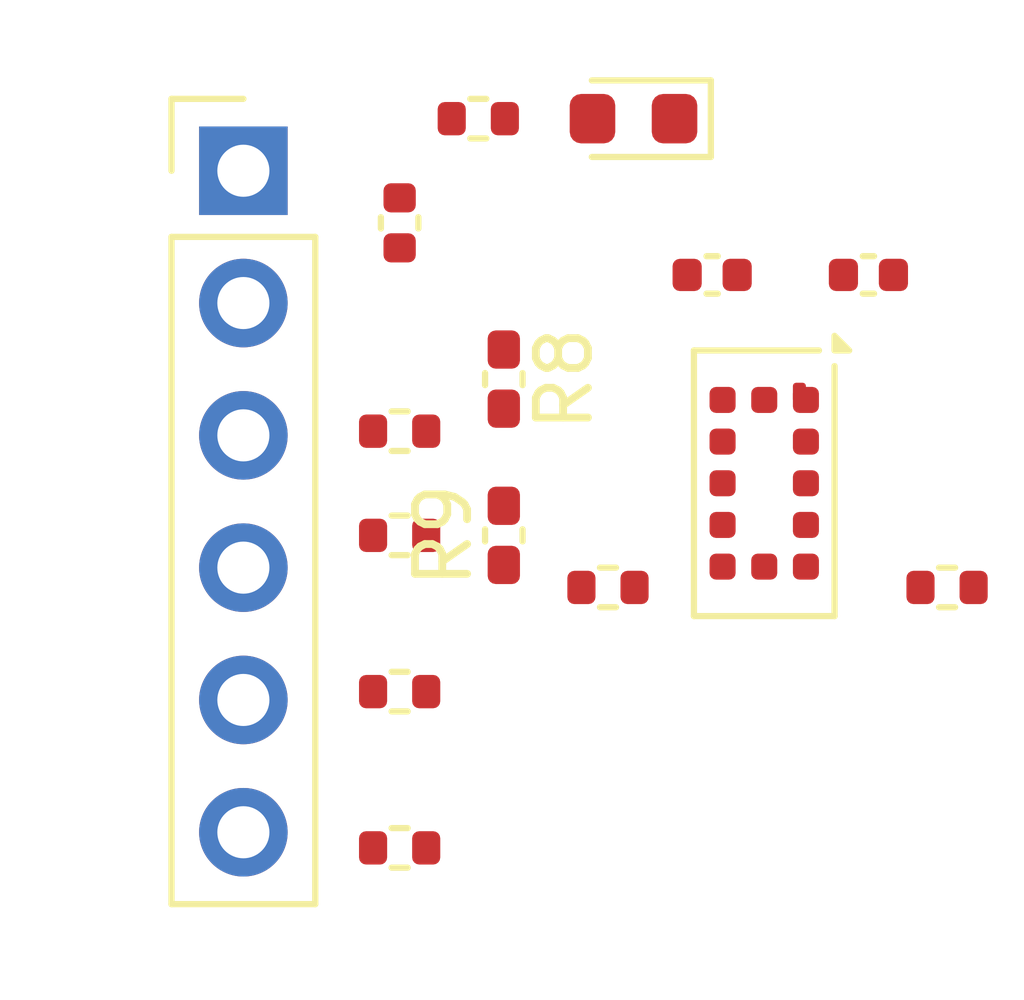
<source format=kicad_pcb>
(kicad_pcb (version 20241229) (generator "pcbnew") (generator_version "9.0")
  (layers (0 "F.Cu" signal) (2 "B.Cu" signal) (13 "F.Paste" user) (15 "B.Paste" user) (5 "F.SilkS" user "F.Silkscreen") (7 "B.SilkS" user "B.Silkscreen") (1 "F.Mask" user) (3 "B.Mask" user) (25 "Edge.Cuts" user))
  (net 0 "")
  (net 1 "/I2C_SCL")
  (net 2 "/XSHUT")
  (net 3 "GND")
  (net 4 "/GPIO1")
  (net 5 "+3.3V")
  (net 6 "/I2C_SDA")
  (net 8 "/LEDK")
  (net 9 "/TOF_GPIO1")
  (net 10 "/TOF_I2C_SCL")
  (net 11 "/TOF_I2C_SDA")
  (net 12 "/TOF_XSHUT")
  (footprint "Capacitor_SMD:C_0402_1005Metric" (layer "F.Cu") (at 152 66)
    (property "Reference" "C2" (hide yes))
    (property "Value" "4u7")
    (fp_line (start -0.107836 -0.36) (end 0.107836 -0.36) (stroke (width 0.12)) (layer "F.SilkS"))
    (fp_line (start -0.107836 0.36) (end 0.107836 0.36) (stroke (width 0.12)) (layer "F.SilkS"))
    (pad "1" smd roundrect (at -0.48 0) (size 0.56 0.62) (layers "F.Cu" "F.Mask" "F.Paste") (net 5 "+3.3V"))
    (pad "2" smd roundrect (at 0.48 0) (size 0.56 0.62) (layers "F.Cu" "F.Mask" "F.Paste") (net 3 "GND"))
  )
  (footprint "Resistor_SMD:R_0402_1005Metric" (layer "F.Cu") (at 143 74)
    (property "Reference" "R5" (hide yes))
    (property "Value" "220R")
    (fp_line (start -0.153641 -0.38) (end 0.153641 -0.38) (stroke (width 0.12)) (layer "F.SilkS"))
    (fp_line (start -0.153641 0.38) (end 0.153641 0.38) (stroke (width 0.12)) (layer "F.SilkS"))
    (pad "1" smd roundrect (at -0.51 0) (size 0.54 0.64) (layers "F.Cu" "F.Mask" "F.Paste") (net 4 "/GPIO1"))
    (pad "2" smd roundrect (at 0.51 0) (size 0.54 0.64) (layers "F.Cu" "F.Mask" "F.Paste") (net 9 "/TOF_GPIO1"))
  )
  (footprint "Connector_PinHeader_2.54mm:PinHeader_1x06_P2.54mm_Vertical" (layer "F.Cu") (at 140 64)
    (property "Reference" "J1" (hide yes))
    (property "Value" "Conn_01x06")
    (fp_line (start -1.38 -1.38) (end 0 -1.38) (stroke (width 0.12)) (layer "F.SilkS"))
    (fp_line (start -1.38 0) (end -1.38 -1.38) (stroke (width 0.12)) (layer "F.SilkS"))
    (fp_line (start -1.38 1.27) (end -1.38 14.08) (stroke (width 0.12)) (layer "F.SilkS"))
    (fp_line (start -1.38 1.27) (end 1.38 1.27) (stroke (width 0.12)) (layer "F.SilkS"))
    (fp_line (start -1.38 14.08) (end 1.38 14.08) (stroke (width 0.12)) (layer "F.SilkS"))
    (fp_line (start 1.38 1.27) (end 1.38 14.08) (stroke (width 0.12)) (layer "F.SilkS"))
    (pad "1" thru_hole rect (at 0 0) (size 1.7 1.7) (drill 1) (layers "*.Cu" "*.Mask") (net 5 "+3.3V"))
    (pad "2" thru_hole circle (at 0 2.54) (size 1.7 1.7) (drill 1) (layers "*.Cu" "*.Mask") (net 3 "GND"))
    (pad "3" thru_hole circle (at 0 5.08) (size 1.7 1.7) (drill 1) (layers "*.Cu" "*.Mask") (net 1 "/I2C_SCL"))
    (pad "4" thru_hole circle (at 0 7.62) (size 1.7 1.7) (drill 1) (layers "*.Cu" "*.Mask") (net 6 "/I2C_SDA"))
    (pad "5" thru_hole circle (at 0 10.16) (size 1.7 1.7) (drill 1) (layers "*.Cu" "*.Mask") (net 4 "/GPIO1"))
    (pad "6" thru_hole circle (at 0 12.7) (size 1.7 1.7) (drill 1) (layers "*.Cu" "*.Mask") (net 2 "/XSHUT"))
  )
  (footprint "Resistor_SMD:R_0402_1005Metric" (layer "F.Cu") (at 143 69)
    (property "Reference" "R3" (hide yes))
    (property "Value" "220R")
    (fp_line (start -0.153641 -0.38) (end 0.153641 -0.38) (stroke (width 0.12)) (layer "F.SilkS"))
    (fp_line (start -0.153641 0.38) (end 0.153641 0.38) (stroke (width 0.12)) (layer "F.SilkS"))
    (pad "1" smd roundrect (at -0.51 0) (size 0.54 0.64) (layers "F.Cu" "F.Mask" "F.Paste") (net 1 "/I2C_SCL"))
    (pad "2" smd roundrect (at 0.51 0) (size 0.54 0.64) (layers "F.Cu" "F.Mask" "F.Paste") (net 10 "/TOF_I2C_SCL"))
  )
  (footprint "Resistor_SMD:R_0402_1005Metric" (layer "F.Cu") (at 144.51 63)
    (property "Reference" "R2" (hide yes))
    (property "Value" "1k")
    (fp_line (start -0.153641 -0.38) (end 0.153641 -0.38) (stroke (width 0.12)) (layer "F.SilkS"))
    (fp_line (start -0.153641 0.38) (end 0.153641 0.38) (stroke (width 0.12)) (layer "F.SilkS"))
    (pad "1" smd roundrect (at -0.51 0) (size 0.54 0.64) (layers "F.Cu" "F.Mask" "F.Paste") (net 5 "+3.3V"))
    (pad "2" smd roundrect (at 0.51 0) (size 0.54 0.64) (layers "F.Cu" "F.Mask" "F.Paste") (net 8 "/LEDK"))
  )
  (footprint "Capacitor_SMD:C_0402_1005Metric_Pad0.74x0.62mm_HandSolder" (layer "F.Cu") (at 145 71 90)
    (property "Reference" "R9" (at 0 -1.16 90) (layer "F.SilkS"))
    (property "Value" "DNP")
    (fp_line (start -0.115835 -0.36) (end 0.115835 -0.36) (stroke (width 0.12)) (layer "F.SilkS"))
    (fp_line (start -0.115835 0.36) (end 0.115835 0.36) (stroke (width 0.12)) (layer "F.SilkS"))
    (pad "1" smd roundrect (at -0.5675 0 90) (size 0.735 0.62) (layers "F.Cu" "F.Mask" "F.Paste") (net 5 "+3.3V"))
    (pad "2" smd roundrect (at 0.5675 0 90) (size 0.735 0.62) (layers "F.Cu" "F.Mask" "F.Paste") (net 11 "/TOF_I2C_SDA"))
  )
  (footprint "Resistor_SMD:R_0402_1005Metric" (layer "F.Cu") (at 143 71)
    (property "Reference" "R4" (hide yes))
    (property "Value" "220R")
    (fp_line (start -0.153641 -0.38) (end 0.153641 -0.38) (stroke (width 0.12)) (layer "F.SilkS"))
    (fp_line (start -0.153641 0.38) (end 0.153641 0.38) (stroke (width 0.12)) (layer "F.SilkS"))
    (pad "1" smd roundrect (at -0.51 0) (size 0.54 0.64) (layers "F.Cu" "F.Mask" "F.Paste") (net 6 "/I2C_SDA"))
    (pad "2" smd roundrect (at 0.51 0) (size 0.54 0.64) (layers "F.Cu" "F.Mask" "F.Paste") (net 11 "/TOF_I2C_SDA"))
  )
  (footprint "Capacitor_SMD:C_0402_1005Metric" (layer "F.Cu") (at 149 66)
    (property "Reference" "C1" (hide yes))
    (property "Value" "100n")
    (fp_line (start -0.107836 -0.36) (end 0.107836 -0.36) (stroke (width 0.12)) (layer "F.SilkS"))
    (fp_line (start -0.107836 0.36) (end 0.107836 0.36) (stroke (width 0.12)) (layer "F.SilkS"))
    (pad "1" smd roundrect (at -0.48 0) (size 0.56 0.62) (layers "F.Cu" "F.Mask" "F.Paste") (net 5 "+3.3V"))
    (pad "2" smd roundrect (at 0.48 0) (size 0.56 0.62) (layers "F.Cu" "F.Mask" "F.Paste") (net 3 "GND"))
  )
  (footprint "LED_SMD:LED_0603_1608Metric" (layer "F.Cu") (at 147.49 63 180)
    (property "Reference" "D2" (hide yes))
    (property "Value" "KT-0603W")
    (fp_line (start 0.8 -0.735) (end -1.485 -0.735) (stroke (width 0.12)) (layer "F.SilkS"))
    (fp_line (start -1.485 0.735) (end 0.8 0.735) (stroke (width 0.12)) (layer "F.SilkS"))
    (fp_line (start -1.485 -0.735) (end -1.485 0.735) (stroke (width 0.12)) (layer "F.SilkS"))
    (pad "1" smd roundrect (at -0.7875 0 180) (size 0.875 0.95) (layers "F.Cu" "F.Mask" "F.Paste") (net 3 "GND"))
    (pad "2" smd roundrect (at 0.7875 0 180) (size 0.875 0.95) (layers "F.Cu" "F.Mask" "F.Paste") (net 8 "/LEDK"))
  )
  (footprint "Resistor_SMD:R_0402_1005Metric" (layer "F.Cu") (at 147 72)
    (property "Reference" "R1" (hide yes))
    (property "Value" "10k")
    (fp_line (start -0.153641 -0.38) (end 0.153641 -0.38) (stroke (width 0.12)) (layer "F.SilkS"))
    (fp_line (start -0.153641 0.38) (end 0.153641 0.38) (stroke (width 0.12)) (layer "F.SilkS"))
    (pad "1" smd roundrect (at -0.51 0) (size 0.54 0.64) (layers "F.Cu" "F.Mask" "F.Paste") (net 5 "+3.3V"))
    (pad "2" smd roundrect (at 0.51 0) (size 0.54 0.64) (layers "F.Cu" "F.Mask" "F.Paste") (net 9 "/TOF_GPIO1"))
  )
  (footprint "Resistor_SMD:R_0402_1005Metric" (layer "F.Cu") (at 153.51 72 180)
    (property "Reference" "R7" (hide yes))
    (property "Value" "10k")
    (fp_line (start -0.153641 0.38) (end 0.153641 0.38) (stroke (width 0.12)) (layer "F.SilkS"))
    (fp_line (start -0.153641 -0.38) (end 0.153641 -0.38) (stroke (width 0.12)) (layer "F.SilkS"))
    (pad "1" smd roundrect (at -0.51 0 180) (size 0.54 0.64) (layers "F.Cu" "F.Mask" "F.Paste") (net 5 "+3.3V"))
    (pad "2" smd roundrect (at 0.51 0 180) (size 0.54 0.64) (layers "F.Cu" "F.Mask" "F.Paste") (net 12 "/TOF_XSHUT"))
  )
  (footprint "Capacitor_SMD:C_0402_1005Metric_Pad0.74x0.62mm_HandSolder" (layer "F.Cu") (at 145 68 -90)
    (property "Reference" "R8" (at 0 -1.16 90) (layer "F.SilkS"))
    (property "Value" "DNP")
    (fp_line (start -0.115835 0.36) (end 0.115835 0.36) (stroke (width 0.12)) (layer "F.SilkS"))
    (fp_line (start -0.115835 -0.36) (end 0.115835 -0.36) (stroke (width 0.12)) (layer "F.SilkS"))
    (pad "1" smd roundrect (at -0.5675 0 270) (size 0.735 0.62) (layers "F.Cu" "F.Mask" "F.Paste") (net 5 "+3.3V"))
    (pad "2" smd roundrect (at 0.5675 0 270) (size 0.735 0.62) (layers "F.Cu" "F.Mask" "F.Paste") (net 10 "/TOF_I2C_SCL"))
  )
  (footprint "Resistor_SMD:R_0402_1005Metric" (layer "F.Cu") (at 143 77)
    (property "Reference" "R6" (hide yes))
    (property "Value" "220R")
    (fp_line (start -0.153641 -0.38) (end 0.153641 -0.38) (stroke (width 0.12)) (layer "F.SilkS"))
    (fp_line (start -0.153641 0.38) (end 0.153641 0.38) (stroke (width 0.12)) (layer "F.SilkS"))
    (pad "1" smd roundrect (at -0.51 0) (size 0.54 0.64) (layers "F.Cu" "F.Mask" "F.Paste") (net 2 "/XSHUT"))
    (pad "2" smd roundrect (at 0.51 0) (size 0.54 0.64) (layers "F.Cu" "F.Mask" "F.Paste") (net 12 "/TOF_XSHUT"))
  )
  (footprint "Capacitor_SMD:C_0402_1005Metric" (layer "F.Cu") (at 143 65 -90)
    (property "Reference" "C3" (hide yes))
    (property "Value" "10u")
    (fp_line (start -0.107836 0.36) (end 0.107836 0.36) (stroke (width 0.12)) (layer "F.SilkS"))
    (fp_line (start -0.107836 -0.36) (end 0.107836 -0.36) (stroke (width 0.12)) (layer "F.SilkS"))
    (pad "1" smd roundrect (at -0.48 0 270) (size 0.56 0.62) (layers "F.Cu" "F.Mask" "F.Paste") (net 5 "+3.3V"))
    (pad "2" smd roundrect (at 0.48 0 270) (size 0.56 0.62) (layers "F.Cu" "F.Mask" "F.Paste") (net 3 "GND"))
  )
  (footprint "Sensor_Distance:ST_VL53L1x" (layer "F.Cu") (at 150 70 -90)
    (property "Reference" "U1" (hide yes))
    (property "Value" "VL53L0CXV0DH1")
    (fp_line (start -2.55 1.35) (end 2.55 1.35) (stroke (width 0.12)) (layer "F.SilkS"))
    (fp_line (start 2.55 1.35) (end 2.55 -1.35) (stroke (width 0.12)) (layer "F.SilkS"))
    (fp_line (start -2.55 -1.05) (end -2.55 1.35) (stroke (width 0.12)) (layer "F.SilkS"))
    (fp_line (start 2.55 -1.35) (end -2.25 -1.35) (stroke (width 0.12)) (layer "F.SilkS"))
    (fp_poly (pts (xy -2.55 -1.35) (xy -2.83 -1.35) (xy -2.55 -1.63) (xy -2.55 -1.35)) (stroke (width 0.12)) (fill yes) (layer "F.SilkS"))
    (pad "1" smd roundrect (at -1.74 -0.675 270) (size 0.38 0.25) (layers "F.Cu" "F.Mask" "F.Paste") (net 5 "+3.3V"))
    (pad "1" smd roundrect (at -1.6 -0.8 270) (size 0.5 0.5) (layers "F.Cu" "F.Mask" "F.Paste") (net 5 "+3.3V"))
    (pad "2" smd roundrect (at -0.8 -0.8 270) (size 0.5 0.5) (layers "F.Cu" "F.Mask" "F.Paste") (net 3 "GND"))
    (pad "3" smd roundrect (at 0 -0.8 270) (size 0.5 0.5) (layers "F.Cu" "F.Mask" "F.Paste") (net 3 "GND"))
    (pad "4" smd roundrect (at 0.8 -0.8 270) (size 0.5 0.5) (layers "F.Cu" "F.Mask" "F.Paste") (net 3 "GND"))
    (pad "5" smd roundrect (at 1.6 -0.8 270) (size 0.5 0.5) (layers "F.Cu" "F.Mask" "F.Paste") (net 12 "/TOF_XSHUT"))
    (pad "6" smd roundrect (at 1.6 0 270) (size 0.5 0.5) (layers "F.Cu" "F.Mask" "F.Paste") (net 3 "GND"))
    (pad "7" smd roundrect (at 1.6 0.8 270) (size 0.5 0.5) (layers "F.Cu" "F.Mask" "F.Paste") (net 9 "/TOF_GPIO1"))
    (pad "8" smd roundrect (at 0.8 0.8 270) (size 0.5 0.5) (layers "F.Cu" "F.Mask" "F.Paste"))
    (pad "9" smd roundrect (at 0 0.8 270) (size 0.5 0.5) (layers "F.Cu" "F.Mask" "F.Paste") (net 11 "/TOF_I2C_SDA"))
    (pad "10" smd roundrect (at -0.8 0.8 270) (size 0.5 0.5) (layers "F.Cu" "F.Mask" "F.Paste") (net 10 "/TOF_I2C_SCL"))
    (pad "11" smd roundrect (at -1.6 0.8 270) (size 0.5 0.5) (layers "F.Cu" "F.Mask" "F.Paste") (net 5 "+3.3V"))
    (pad "12" smd roundrect (at -1.6 0 270) (size 0.5 0.5) (layers "F.Cu" "F.Mask" "F.Paste") (net 3 "GND"))
  )
)
</source>
